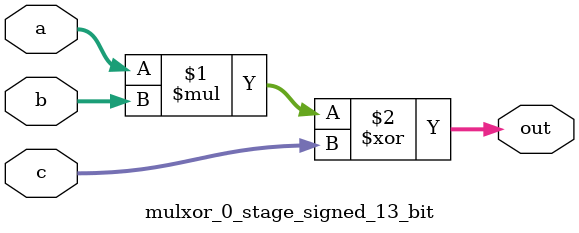
<source format=sv>
(* use_dsp = "yes" *) module mulxor_0_stage_signed_13_bit(
	input signed [12:0] a,
	input signed [12:0] b,
	input signed [12:0] c,
	output [12:0] out
	);

	assign out = (a * b) ^ c;
endmodule

</source>
